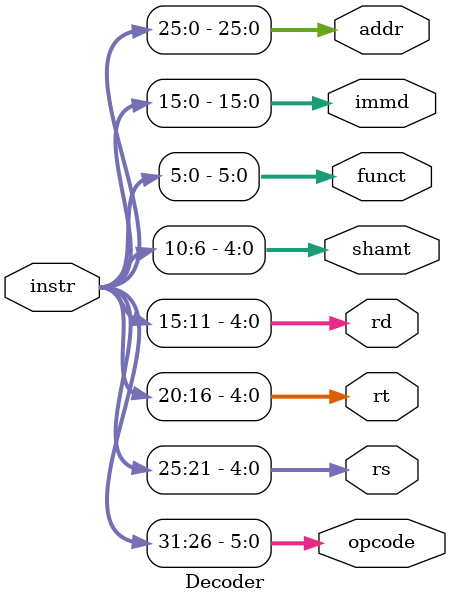
<source format=v>
`timescale 1ns / 1ps


module Decoder(input [31:0] instr, output [5:0] opcode, 
               output [4:0] rs, output [4:0] rt, output [4:0] rd,
               output [4:0] shamt, output [5:0] funct,
               output [15:0] immd, output [25:0] addr);
    assign opcode = instr[31:26];
    assign rs = instr[25:21];
    assign rt = instr[20:16];
    assign rd = instr[15:11];
    assign shamt = instr[10:6];
    assign funct = instr[5:0];
    assign immd = instr[15:0];
    assign addr = instr[25:0];
endmodule

</source>
